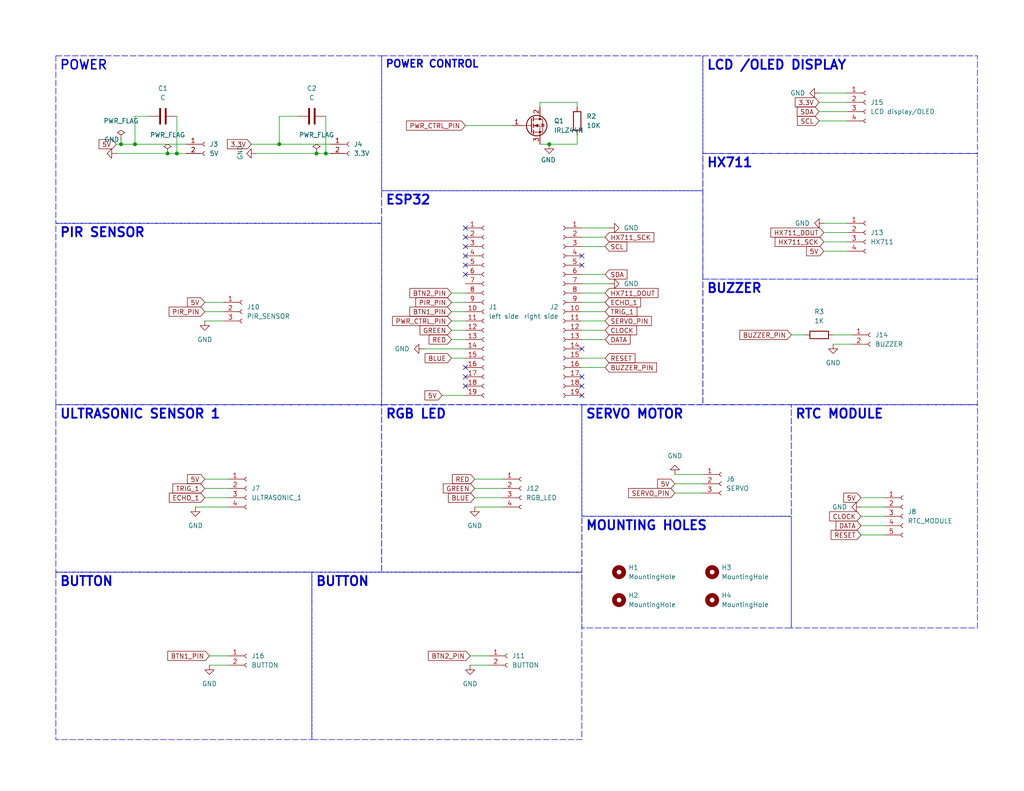
<source format=kicad_sch>
(kicad_sch (version 20250114) (generator "eeschema") (generator_version "9.0")
  (paper "USLetter")
  (title_block (date "2025-06-05"))
  (lib_symbols
    (symbol "Connector:Conn_01x02_Socket" (pin_names (offset 1.016) (hide yes))
      (property "Reference" "J" (at 0 2.54 0))
      (property "Value" "Conn_01x02_Socket" (at 0 -5.08 0))
      (symbol "Conn_01x02_Socket_1_1"
        (polyline (pts (xy -1.27 0) (xy -0.508 0)) (stroke (width 0.1524)))
        (polyline (pts (xy -1.27 -2.54) (xy -0.508 -2.54)) (stroke (width 0.1524)))
        (arc (start 0 -0.508) (mid -0.5058 0) (end 0 0.508) (stroke (width 0.1524)))
        (arc (start 0 -3.048) (mid -0.5058 -2.54) (end 0 -2.032) (stroke (width 0.1524)))
        (pin passive line (at -5.08 0 0) (length 3.81) (name "Pin_1") (number "1"))
        (pin passive line (at -5.08 -2.54 0) (length 3.81) (name "Pin_2") (number "2"))
      )
    )
    (symbol "Connector:Conn_01x03_Socket" (pin_names (offset 1.016) (hide yes))
      (property "Reference" "J" (at 0 5.08 0))
      (property "Value" "Conn_01x03_Socket" (at 0 -5.08 0))
      (symbol "Conn_01x03_Socket_1_1"
        (polyline (pts (xy -1.27 2.54) (xy -0.508 2.54)) (stroke (width 0.1524)))
        (polyline (pts (xy -1.27 0) (xy -0.508 0)) (stroke (width 0.1524)))
        (polyline (pts (xy -1.27 -2.54) (xy -0.508 -2.54)) (stroke (width 0.1524)))
        (arc (start 0 2.032) (mid -0.5058 2.54) (end 0 3.048) (stroke (width 0.1524)))
        (arc (start 0 -0.508) (mid -0.5058 0) (end 0 0.508) (stroke (width 0.1524)))
        (arc (start 0 -3.048) (mid -0.5058 -2.54) (end 0 -2.032) (stroke (width 0.1524)))
        (pin passive line (at -5.08 2.54 0) (length 3.81) (name "Pin_1") (number "1"))
        (pin passive line (at -5.08 0 0) (length 3.81) (name "Pin_2") (number "2"))
        (pin passive line (at -5.08 -2.54 0) (length 3.81) (name "Pin_3") (number "3"))
      )
    )
    (symbol "Connector:Conn_01x04_Socket" (pin_names (offset 1.016) (hide yes))
      (property "Reference" "J" (at 0 5.08 0))
      (property "Value" "Conn_01x04_Socket" (at 0 -7.62 0))
      (symbol "Conn_01x04_Socket_1_1"
        (polyline (pts (xy -1.27 2.54) (xy -0.508 2.54)) (stroke (width 0.1524)))
        (polyline (pts (xy -1.27 0) (xy -0.508 0)) (stroke (width 0.1524)))
        (polyline (pts (xy -1.27 -2.54) (xy -0.508 -2.54)) (stroke (width 0.1524)))
        (polyline (pts (xy -1.27 -5.08) (xy -0.508 -5.08)) (stroke (width 0.1524)))
        (arc (start 0 2.032) (mid -0.5058 2.54) (end 0 3.048) (stroke (width 0.1524)))
        (arc (start 0 -0.508) (mid -0.5058 0) (end 0 0.508) (stroke (width 0.1524)))
        (arc (start 0 -3.048) (mid -0.5058 -2.54) (end 0 -2.032) (stroke (width 0.1524)))
        (arc (start 0 -5.588) (mid -0.5058 -5.08) (end 0 -4.572) (stroke (width 0.1524)))
        (pin passive line (at -5.08 2.54 0) (length 3.81) (name "Pin_1") (number "1"))
        (pin passive line (at -5.08 0 0) (length 3.81) (name "Pin_2") (number "2"))
        (pin passive line (at -5.08 -2.54 0) (length 3.81) (name "Pin_3") (number "3"))
        (pin passive line (at -5.08 -5.08 0) (length 3.81) (name "Pin_4") (number "4"))
      )
    )
    (symbol "Connector:Conn_01x05_Socket" (pin_names (offset 1.016) (hide yes))
      (property "Reference" "J" (at 0 7.62 0))
      (property "Value" "Conn_01x05_Socket" (at 0 -7.62 0))
      (symbol "Conn_01x05_Socket_1_1"
        (polyline (pts (xy -1.27 5.08) (xy -0.508 5.08)) (stroke (width 0.1524)))
        (polyline (pts (xy -1.27 2.54) (xy -0.508 2.54)) (stroke (width 0.1524)))
        (polyline (pts (xy -1.27 0) (xy -0.508 0)) (stroke (width 0.1524)))
        (polyline (pts (xy -1.27 -2.54) (xy -0.508 -2.54)) (stroke (width 0.1524)))
        (polyline (pts (xy -1.27 -5.08) (xy -0.508 -5.08)) (stroke (width 0.1524)))
        (arc (start 0 4.572) (mid -0.5058 5.08) (end 0 5.588) (stroke (width 0.1524)))
        (arc (start 0 2.032) (mid -0.5058 2.54) (end 0 3.048) (stroke (width 0.1524)))
        (arc (start 0 -0.508) (mid -0.5058 0) (end 0 0.508) (stroke (width 0.1524)))
        (arc (start 0 -3.048) (mid -0.5058 -2.54) (end 0 -2.032) (stroke (width 0.1524)))
        (arc (start 0 -5.588) (mid -0.5058 -5.08) (end 0 -4.572) (stroke (width 0.1524)))
        (pin passive line (at -5.08 5.08 0) (length 3.81) (name "Pin_1") (number "1"))
        (pin passive line (at -5.08 2.54 0) (length 3.81) (name "Pin_2") (number "2"))
        (pin passive line (at -5.08 0 0) (length 3.81) (name "Pin_3") (number "3"))
        (pin passive line (at -5.08 -2.54 0) (length 3.81) (name "Pin_4") (number "4"))
        (pin passive line (at -5.08 -5.08 0) (length 3.81) (name "Pin_5") (number "5"))
      )
    )
    (symbol "Connector:Conn_01x19_Socket" (pin_names (offset 1.016) (hide yes))
      (property "Reference" "J" (at 0 25.4 0))
      (property "Value" "Conn_01x19_Socket" (at 0 -25.4 0))
      (symbol "Conn_01x19_Socket_1_1"
        (polyline (pts (xy -1.27 22.86) (xy -0.508 22.86)) (stroke (width 0.1524)))
        (polyline (pts (xy -1.27 20.32) (xy -0.508 20.32)) (stroke (width 0.1524)))
        (polyline (pts (xy -1.27 17.78) (xy -0.508 17.78)) (stroke (width 0.1524)))
        (polyline (pts (xy -1.27 15.24) (xy -0.508 15.24)) (stroke (width 0.1524)))
        (polyline (pts (xy -1.27 12.7) (xy -0.508 12.7)) (stroke (width 0.1524)))
        (polyline (pts (xy -1.27 10.16) (xy -0.508 10.16)) (stroke (width 0.1524)))
        (polyline (pts (xy -1.27 7.62) (xy -0.508 7.62)) (stroke (width 0.1524)))
        (polyline (pts (xy -1.27 5.08) (xy -0.508 5.08)) (stroke (width 0.1524)))
        (polyline (pts (xy -1.27 2.54) (xy -0.508 2.54)) (stroke (width 0.1524)))
        (polyline (pts (xy -1.27 0) (xy -0.508 0)) (stroke (width 0.1524)))
        (polyline (pts (xy -1.27 -2.54) (xy -0.508 -2.54)) (stroke (width 0.1524)))
        (polyline (pts (xy -1.27 -5.08) (xy -0.508 -5.08)) (stroke (width 0.1524)))
        (polyline (pts (xy -1.27 -7.62) (xy -0.508 -7.62)) (stroke (width 0.1524)))
        (polyline (pts (xy -1.27 -10.16) (xy -0.508 -10.16)) (stroke (width 0.1524)))
        (polyline (pts (xy -1.27 -12.7) (xy -0.508 -12.7)) (stroke (width 0.1524)))
        (polyline (pts (xy -1.27 -15.24) (xy -0.508 -15.24)) (stroke (width 0.1524)))
        (polyline (pts (xy -1.27 -17.78) (xy -0.508 -17.78)) (stroke (width 0.1524)))
        (polyline (pts (xy -1.27 -20.32) (xy -0.508 -20.32)) (stroke (width 0.1524)))
        (polyline (pts (xy -1.27 -22.86) (xy -0.508 -22.86)) (stroke (width 0.1524)))
        (arc (start 0 22.352) (mid -0.5058 22.86) (end 0 23.368) (stroke (width 0.1524)))
        (arc (start 0 19.812) (mid -0.5058 20.32) (end 0 20.828) (stroke (width 0.1524)))
        (arc (start 0 17.272) (mid -0.5058 17.78) (end 0 18.288) (stroke (width 0.1524)))
        (arc (start 0 14.732) (mid -0.5058 15.24) (end 0 15.748) (stroke (width 0.1524)))
        (arc (start 0 12.192) (mid -0.5058 12.7) (end 0 13.208) (stroke (width 0.1524)))
        (arc (start 0 9.652) (mid -0.5058 10.16) (end 0 10.668) (stroke (width 0.1524)))
        (arc (start 0 7.112) (mid -0.5058 7.62) (end 0 8.128) (stroke (width 0.1524)))
        (arc (start 0 4.572) (mid -0.5058 5.08) (end 0 5.588) (stroke (width 0.1524)))
        (arc (start 0 2.032) (mid -0.5058 2.54) (end 0 3.048) (stroke (width 0.1524)))
        (arc (start 0 -0.508) (mid -0.5058 0) (end 0 0.508) (stroke (width 0.1524)))
        (arc (start 0 -3.048) (mid -0.5058 -2.54) (end 0 -2.032) (stroke (width 0.1524)))
        (arc (start 0 -5.588) (mid -0.5058 -5.08) (end 0 -4.572) (stroke (width 0.1524)))
        (arc (start 0 -8.128) (mid -0.5058 -7.62) (end 0 -7.112) (stroke (width 0.1524)))
        (arc (start 0 -10.668) (mid -0.5058 -10.16) (end 0 -9.652) (stroke (width 0.1524)))
        (arc (start 0 -13.208) (mid -0.5058 -12.7) (end 0 -12.192) (stroke (width 0.1524)))
        (arc (start 0 -15.748) (mid -0.5058 -15.24) (end 0 -14.732) (stroke (width 0.1524)))
        (arc (start 0 -18.288) (mid -0.5058 -17.78) (end 0 -17.272) (stroke (width 0.1524)))
        (arc (start 0 -20.828) (mid -0.5058 -20.32) (end 0 -19.812) (stroke (width 0.1524)))
        (arc (start 0 -23.368) (mid -0.5058 -22.86) (end 0 -22.352) (stroke (width 0.1524)))
        (pin passive line (at -5.08 22.86 0) (length 3.81) (name "Pin_1") (number "1"))
        (pin passive line (at -5.08 20.32 0) (length 3.81) (name "Pin_2") (number "2"))
        (pin passive line (at -5.08 17.78 0) (length 3.81) (name "Pin_3") (number "3"))
        (pin passive line (at -5.08 15.24 0) (length 3.81) (name "Pin_4") (number "4"))
        (pin passive line (at -5.08 12.7 0) (length 3.81) (name "Pin_5") (number "5"))
        (pin passive line (at -5.08 10.16 0) (length 3.81) (name "Pin_6") (number "6"))
        (pin passive line (at -5.08 7.62 0) (length 3.81) (name "Pin_7") (number "7"))
        (pin passive line (at -5.08 5.08 0) (length 3.81) (name "Pin_8") (number "8"))
        (pin passive line (at -5.08 2.54 0) (length 3.81) (name "Pin_9") (number "9"))
        (pin passive line (at -5.08 0 0) (length 3.81) (name "Pin_10") (number "10"))
        (pin passive line (at -5.08 -2.54 0) (length 3.81) (name "Pin_11") (number "11"))
        (pin passive line (at -5.08 -5.08 0) (length 3.81) (name "Pin_12") (number "12"))
        (pin passive line (at -5.08 -7.62 0) (length 3.81) (name "Pin_13") (number "13"))
        (pin passive line (at -5.08 -10.16 0) (length 3.81) (name "Pin_14") (number "14"))
        (pin passive line (at -5.08 -12.7 0) (length 3.81) (name "Pin_15") (number "15"))
        (pin passive line (at -5.08 -15.24 0) (length 3.81) (name "Pin_16") (number "16"))
        (pin passive line (at -5.08 -17.78 0) (length 3.81) (name "Pin_17") (number "17"))
        (pin passive line (at -5.08 -20.32 0) (length 3.81) (name "Pin_18") (number "18"))
        (pin passive line (at -5.08 -22.86 0) (length 3.81) (name "Pin_19") (number "19"))
      )
    )
    (symbol "Device:C" (pin_numbers (hide yes)) (pin_names (offset 0.254))
      (property "Reference" "C" (at 0.635 2.54 0))
      (property "Value" "C" (at 0.635 -2.54 0))
      (symbol "C_0_1"
        (polyline (pts (xy -2.032 0.762) (xy 2.032 0.762)) (stroke (width 0.508)))
        (polyline (pts (xy -2.032 -0.762) (xy 2.032 -0.762)) (stroke (width 0.508)))
      )
      (symbol "C_1_1"
        (pin passive line (at 0 3.81 270) (length 2.794) (name "~") (number "1"))
        (pin passive line (at 0 -3.81 90) (length 2.794) (name "~") (number "2"))
      )
    )
    (symbol "Device:R" (pin_numbers (hide yes)) (pin_names (offset 0))
      (property "Reference" "R" (at 2.032 0 90))
      (property "Value" "R" (at 0 0 90))
      (symbol "R_0_1"
        (rectangle (start -1.016 -2.54) (end 1.016 2.54) (stroke (width 0.254)))
      )
      (symbol "R_1_1"
        (pin passive line (at 0 3.81 270) (length 1.27) (name "~") (number "1"))
        (pin passive line (at 0 -3.81 90) (length 1.27) (name "~") (number "2"))
      )
    )
    (symbol "Mechanical:MountingHole" (pin_names (offset 1.016)) (in_bom no)
      (property "Reference" "H" (at 0 5.08 0))
      (property "Value" "MountingHole" (at 0 3.175 0))
      (symbol "MountingHole_0_1"
        (circle (center 0 0) (radius 1.27) (stroke (width 1.27)))
      )
    )
    (symbol "Transistor_FET:IRLZ44N" (pin_names (hide yes))
      (property "Reference" "Q" (at 5.08 1.905 0))
      (property "Value" "IRLZ44N" (at 5.08 0 0))
      (symbol "IRLZ44N_0_1"
        (polyline (pts (xy 0.254 1.905) (xy 0.254 -1.905)) (stroke (width 0.254)))
        (polyline (pts (xy 0.254 0) (xy -2.54 0)))
        (polyline (pts (xy 0.762 2.286) (xy 0.762 1.27)) (stroke (width 0.254)))
        (polyline (pts (xy 0.762 0.508) (xy 0.762 -0.508)) (stroke (width 0.254)))
        (polyline (pts (xy 0.762 -1.27) (xy 0.762 -2.286)) (stroke (width 0.254)))
        (polyline (pts (xy 0.762 -1.778) (xy 3.302 -1.778) (xy 3.302 1.778) (xy 0.762 1.778)))
        (polyline (pts (xy 1.016 0) (xy 2.032 0.381) (xy 2.032 -0.381) (xy 1.016 0)) (fill (type outline)))
        (circle (center 1.651 0) (radius 2.794) (stroke (width 0.254)))
        (polyline (pts (xy 2.54 2.54) (xy 2.54 1.778)))
        (circle (center 2.54 1.778) (radius 0.254) (fill (type outline)))
        (circle (center 2.54 -1.778) (radius 0.254) (fill (type outline)))
        (polyline (pts (xy 2.54 -2.54) (xy 2.54 0) (xy 0.762 0)))
        (polyline (pts (xy 2.794 0.508) (xy 2.921 0.381) (xy 3.683 0.381) (xy 3.81 0.254)))
        (polyline (pts (xy 3.302 0.381) (xy 2.921 -0.254) (xy 3.683 -0.254) (xy 3.302 0.381)))
      )
      (symbol "IRLZ44N_1_1"
        (pin input line (at -5.08 0 0) (length 2.54) (name "G") (number "1"))
        (pin passive line (at 2.54 5.08 270) (length 2.54) (name "D") (number "2"))
        (pin passive line (at 2.54 -5.08 90) (length 2.54) (name "S") (number "3"))
      )
    )
    (symbol "power:GND" (power) (pin_numbers (hide yes)) (pin_names (offset 0) (hide yes))
      (property "Value" "GND" (at 0 -3.81 0))
      (symbol "GND_0_1"
        (polyline (pts (xy 0 0) (xy 0 -1.27) (xy 1.27 -1.27) (xy 0 -2.54) (xy -1.27 -1.27) (xy 0 -1.27)))
      )
      (symbol "GND_1_1"
        (pin power_in line (at 0 0 270) (length 0) (name "~") (number "1"))
      )
    )
    (symbol "power:PWR_FLAG" (power) (pin_numbers (hide yes)) (pin_names (offset 0) (hide yes))
      (property "Value" "PWR_FLAG" (at 0 3.81 0))
      (symbol "PWR_FLAG_0_0"
        (pin power_out line (at 0 0 90) (length 0) (name "~") (number "1"))
      )
      (symbol "PWR_FLAG_0_1"
        (polyline (pts (xy 0 0) (xy 0 1.27) (xy -1.016 1.905) (xy 0 2.54) (xy 1.016 1.905) (xy 0 1.27)))
      )
    )
  )
  (text_box "HX711" (at 191.77 41.91 0) (size 74.93 34.29) (margins 0.9525 0.9525 0.9525 0.9525) (stroke (width 0.15) (type dash) (color 0 0 194 1)) (effects (font (size 2.5 2.5) (thickness 0.5) (bold yes)) (justify left top)))
  (text_box "PIR SENSOR" (at 15.24 60.96 0) (size 88.9 49.53) (margins 0.9525 0.9525 0.9525 0.9525) (stroke (width 0.15) (type dash) (color 0 0 194 1)) (effects (font (size 2.5 2.5) (thickness 0.5) (bold yes)) (justify left top)))
  (text_box "RGB LED" (at 104.14 110.49 0) (size 54.61 45.72) (margins 0.9525 0.9525 0.9525 0.9525) (stroke (width 0.15) (type dash) (color 0 0 194 1)) (effects (font (size 2.5 2.5) (thickness 0.5) (bold yes)) (justify left top)))
  (text_box "BUTTON" (at 15.24 156.21 0) (size 69.85 45.72) (margins 0.9525 0.9525 0.9525 0.9525) (stroke (width 0.15) (type dash) (color 0 0 194 1)) (effects (font (size 2.5 2.5) (thickness 0.5) (bold yes)) (justify left top)))
  (text_box "BUTTON" (at 85.09 156.21 0) (size 73.66 45.72) (margins 0.9525 0.9525 0.9525 0.9525) (stroke (width 0.15) (type dash) (color 0 0 194 1)) (effects (font (size 2.5 2.5) (thickness 0.5) (bold yes)) (justify left top)))
  (text_box "MOUNTING HOLES" (at 158.75 140.97 0) (size 57.15 30.48) (margins 0.9525 0.9525 0.9525 0.9525) (stroke (width 0.15) (type dash) (color 0 0 194 1)) (effects (font (size 2.5 2.5) (thickness 0.5) (bold yes)) (justify left top)))
  (text_box "ESP32\n" (at 104.14 52.07 0) (size 87.63 58.42) (margins 0.9525 0.9525 0.9525 0.9525) (stroke (width 0.15) (type dash) (color 0 0 194 1)) (effects (font (size 2.5 2.5) (thickness 0.5) (bold yes)) (justify left top)))
  (text_box "ULTRASONIC SENSOR 1" (at 15.24 110.49 0) (size 88.9 45.72) (margins 0.9525 0.9525 0.9525 0.9525) (stroke (width 0.15) (type dash) (color 0 0 194 1)) (effects (font (size 2.5 2.5) (thickness 0.5) (bold yes)) (justify left top)))
  (text_box "BUZZER\n" (at 191.77 76.2 0) (size 74.93 34.29) (margins 0.9525 0.9525 0.9525 0.9525) (stroke (width 0.15) (type dash) (color 0 0 194 1)) (effects (font (size 2.5 2.5) (thickness 0.5) (bold yes)) (justify left top)))
  (text_box "POWER CONTROL\n" (at 104.14 15.24 0) (size 87.63 36.83) (margins 0.9525 0.9525 0.9525 0.9525) (stroke (width 0.15) (type dash) (color 0 0 194 1)) (effects (font (size 2 2) (thickness 0.4) (bold yes)) (justify left top)))
  (text_box "RTC MODULE\n" (at 215.9 110.49 0) (size 50.8 60.96) (margins 0.9525 0.9525 0.9525 0.9525) (stroke (width 0.15) (type dash) (color 0 0 194 1)) (effects (font (size 2.5 2.5) (thickness 0.5) (bold yes)) (justify left top)))
  (text_box "POWER" (at 15.24 15.24 0) (size 88.9 45.72) (margins 0.9525 0.9525 0.9525 0.9525) (stroke (width 0.15) (type dash) (color 0 0 194 1)) (effects (font (size 2.5 2.5) (thickness 0.4) (bold yes)) (justify left top)))
  (text_box "LCD /OLED DISPLAY\n" (at 191.77 15.24 0) (size 74.93 26.67) (margins 0.9525 0.9525 0.9525 0.9525) (stroke (width 0.15) (type dash) (color 0 0 194 1)) (effects (font (size 2.5 2.5) (thickness 0.5) (bold yes)) (justify left top)))
  (text_box "SERVO MOTOR\n" (at 158.75 110.49 0) (size 57.15 30.48) (margins 0.9525 0.9525 0.9525 0.9525) (stroke (width 0.15) (type dash) (color 0 0 194 1)) (effects (font (size 2.5 2.5) (thickness 0.5) (bold yes)) (justify left top)))
  (junction (at 149.86 39.37))
  (junction (at 76.2 39.37))
  (junction (at 33.02 39.37))
  (junction (at 88.9 41.91))
  (junction (at 36.83 39.37))
  (junction (at 48.26 41.91))
  (junction (at 45.72 41.91))
  (junction (at 86.36 41.91))
  (no_connect (at 127 100.33))
  (no_connect (at 158.75 107.95))
  (no_connect (at 127 64.77))
  (no_connect (at 158.75 102.87))
  (no_connect (at 127 62.23))
  (no_connect (at 127 105.41))
  (no_connect (at 158.75 72.39))
  (no_connect (at 127 69.85))
  (no_connect (at 158.75 95.25))
  (no_connect (at 127 67.31))
  (no_connect (at 127 74.93))
  (no_connect (at 158.75 69.85))
  (no_connect (at 158.75 105.41))
  (no_connect (at 127 102.87))
  (no_connect (at 127 72.39))
  (wire (pts (xy 223.52 33.02) (xy 231.14 33.02)))
  (wire (pts (xy 86.36 41.91) (xy 88.9 41.91)))
  (wire (pts (xy 215.9 91.44) (xy 219.71 91.44)))
  (wire (pts (xy 158.75 97.79) (xy 165.1 97.79)))
  (wire (pts (xy 48.26 31.75) (xy 48.26 41.91)))
  (wire (pts (xy 184.15 134.62) (xy 191.77 134.62)))
  (wire (pts (xy 234.95 138.43) (xy 241.3 138.43)))
  (wire (pts (xy 224.79 66.04) (xy 231.14 66.04)))
  (wire (pts (xy 158.75 62.23) (xy 166.37 62.23)))
  (wire (pts (xy 158.75 100.33) (xy 165.1 100.33)))
  (wire (pts (xy 40.64 31.75) (xy 36.83 31.75)))
  (wire (pts (xy 227.33 91.44) (xy 232.41 91.44)))
  (wire (pts (xy 68.58 39.37) (xy 76.2 39.37)))
  (wire (pts (xy 76.2 31.75) (xy 76.2 39.37)))
  (wire (pts (xy 128.27 181.61) (xy 133.35 181.61)))
  (wire (pts (xy 120.65 107.95) (xy 127 107.95)))
  (wire (pts (xy 158.75 85.09) (xy 165.1 85.09)))
  (wire (pts (xy 224.79 68.58) (xy 231.14 68.58)))
  (wire (pts (xy 158.75 82.55) (xy 165.1 82.55)))
  (wire (pts (xy 129.54 135.89) (xy 137.16 135.89)))
  (wire (pts (xy 45.72 41.91) (xy 48.26 41.91)))
  (wire (pts (xy 88.9 41.91) (xy 90.17 41.91)))
  (wire (pts (xy 55.88 135.89) (xy 62.23 135.89)))
  (wire (pts (xy 123.19 90.17) (xy 127 90.17)))
  (wire (pts (xy 55.88 82.55) (xy 60.96 82.55)))
  (wire (pts (xy 224.79 60.96) (xy 231.14 60.96)))
  (wire (pts (xy 55.88 85.09) (xy 60.96 85.09)))
  (wire (pts (xy 157.48 39.37) (xy 149.86 39.37)))
  (wire (pts (xy 55.88 130.81) (xy 62.23 130.81)))
  (wire (pts (xy 158.75 77.47) (xy 166.37 77.47)))
  (wire (pts (xy 57.15 181.61) (xy 62.23 181.61)))
  (wire (pts (xy 158.75 90.17) (xy 165.1 90.17)))
  (wire (pts (xy 129.54 130.81) (xy 137.16 130.81)))
  (wire (pts (xy 88.9 31.75) (xy 88.9 41.91)))
  (wire (pts (xy 223.52 27.94) (xy 231.14 27.94)))
  (wire (pts (xy 234.95 140.97) (xy 241.3 140.97)))
  (wire (pts (xy 227.33 93.98) (xy 232.41 93.98)))
  (wire (pts (xy 223.52 25.4) (xy 231.14 25.4)))
  (wire (pts (xy 234.95 143.51) (xy 241.3 143.51)))
  (wire (pts (xy 33.02 39.37) (xy 36.83 39.37)))
  (wire (pts (xy 55.88 87.63) (xy 60.96 87.63)))
  (wire (pts (xy 57.15 179.07) (xy 62.23 179.07)))
  (wire (pts (xy 129.54 138.43) (xy 137.16 138.43)))
  (wire (pts (xy 36.83 39.37) (xy 50.8 39.37)))
  (wire (pts (xy 184.15 132.08) (xy 191.77 132.08)))
  (wire (pts (xy 123.19 82.55) (xy 127 82.55)))
  (wire (pts (xy 149.86 39.37) (xy 147.32 39.37)))
  (wire (pts (xy 234.95 146.05) (xy 241.3 146.05)))
  (wire (pts (xy 53.34 138.43) (xy 62.23 138.43)))
  (wire (pts (xy 76.2 31.75) (xy 81.28 31.75)))
  (wire (pts (xy 115.57 95.25) (xy 127 95.25)))
  (wire (pts (xy 48.26 41.91) (xy 50.8 41.91)))
  (wire (pts (xy 223.52 30.48) (xy 231.14 30.48)))
  (wire (pts (xy 31.75 41.91) (xy 45.72 41.91)))
  (wire (pts (xy 184.15 129.54) (xy 191.77 129.54)))
  (wire (pts (xy 123.19 97.79) (xy 127 97.79)))
  (wire (pts (xy 69.85 41.91) (xy 86.36 41.91)))
  (wire (pts (xy 123.19 85.09) (xy 127 85.09)))
  (wire (pts (xy 158.75 64.77) (xy 165.1 64.77)))
  (wire (pts (xy 158.75 87.63) (xy 165.1 87.63)))
  (wire (pts (xy 158.75 67.31) (xy 165.1 67.31)))
  (wire (pts (xy 123.19 92.71) (xy 127 92.71)))
  (wire (pts (xy 158.75 92.71) (xy 165.1 92.71)))
  (wire (pts (xy 36.83 31.75) (xy 36.83 39.37)))
  (wire (pts (xy 158.75 74.93) (xy 165.1 74.93)))
  (wire (pts (xy 123.19 87.63) (xy 127 87.63)))
  (wire (pts (xy 31.75 39.37) (xy 33.02 39.37)))
  (wire (pts (xy 157.48 27.94) (xy 147.32 27.94)))
  (wire (pts (xy 158.75 80.01) (xy 165.1 80.01)))
  (wire (pts (xy 76.2 39.37) (xy 90.17 39.37)))
  (wire (pts (xy 123.19 80.01) (xy 127 80.01)))
  (wire (pts (xy 224.79 63.5) (xy 231.14 63.5)))
  (wire (pts (xy 157.48 36.83) (xy 157.48 39.37)))
  (wire (pts (xy 55.88 133.35) (xy 62.23 133.35)))
  (wire (pts (xy 147.32 27.94) (xy 147.32 29.21)))
  (wire (pts (xy 234.95 135.89) (xy 241.3 135.89)))
  (wire (pts (xy 157.48 29.21) (xy 157.48 27.94)))
  (wire (pts (xy 127 34.29) (xy 139.7 34.29)))
  (wire (pts (xy 33.02 38.1) (xy 33.02 39.37)))
  (wire (pts (xy 128.27 179.07) (xy 133.35 179.07)))
  (wire (pts (xy 129.54 133.35) (xy 137.16 133.35)))
  (global_label "SDA" (shape input) (at 223.52 30.48 180) (property "Intersheetrefs" "${INTERSHEET_REFS}" (effects (hide yes))))
  (global_label "DATA" (shape input) (at 234.95 143.51 180) (property "Intersheetrefs" "${INTERSHEET_REFS}" (effects (hide yes))))
  (global_label "BUZZER_PIN" (shape input) (at 215.9 91.44 180) (property "Intersheetrefs" "${INTERSHEET_REFS}" (effects (hide yes))))
  (global_label "SCL" (shape input) (at 165.1 67.31 0) (property "Intersheetrefs" "${INTERSHEET_REFS}" (effects (hide yes))))
  (global_label "BTN2_PIN" (shape input) (at 128.27 179.07 180) (property "Intersheetrefs" "${INTERSHEET_REFS}" (effects (hide yes))))
  (global_label "RESET" (shape input) (at 234.95 146.05 180) (property "Intersheetrefs" "${INTERSHEET_REFS}" (effects (hide yes))))
  (global_label "ECHO_1" (shape input) (at 55.88 135.89 180) (property "Intersheetrefs" "${INTERSHEET_REFS}" (effects (hide yes))))
  (global_label "RESET" (shape input) (at 165.1 97.79 0) (property "Intersheetrefs" "${INTERSHEET_REFS}" (effects (hide yes))))
  (global_label "SCL" (shape input) (at 223.52 33.02 180) (property "Intersheetrefs" "${INTERSHEET_REFS}" (effects (hide yes))))
  (global_label "GREEN" (shape input) (at 129.54 133.35 180) (property "Intersheetrefs" "${INTERSHEET_REFS}" (effects (hide yes))))
  (global_label "BLUE" (shape input) (at 123.19 97.79 180) (property "Intersheetrefs" "${INTERSHEET_REFS}" (effects (hide yes))))
  (global_label "BTN2_PIN" (shape input) (at 123.19 80.01 180) (property "Intersheetrefs" "${INTERSHEET_REFS}" (effects (hide yes))))
  (global_label "HX711_DOUT" (shape input) (at 165.1 80.01 0) (property "Intersheetrefs" "${INTERSHEET_REFS}" (effects (hide yes))))
  (global_label "5V" (shape input) (at 234.95 135.89 180) (property "Intersheetrefs" "${INTERSHEET_REFS}" (effects (hide yes))))
  (global_label "BTN1_PIN" (shape input) (at 57.15 179.07 180) (property "Intersheetrefs" "${INTERSHEET_REFS}" (effects (hide yes))))
  (global_label "PIR_PIN" (shape input) (at 55.88 85.09 180) (property "Intersheetrefs" "${INTERSHEET_REFS}" (effects (hide yes))))
  (global_label "5V" (shape input) (at 120.65 107.95 180) (property "Intersheetrefs" "${INTERSHEET_REFS}" (effects (hide yes))))
  (global_label "RED" (shape input) (at 129.54 130.81 180) (property "Intersheetrefs" "${INTERSHEET_REFS}" (effects (hide yes))))
  (global_label "BUZZER_PIN" (shape input) (at 165.1 100.33 0) (property "Intersheetrefs" "${INTERSHEET_REFS}" (effects (hide yes))))
  (global_label "SERVO_PIN" (shape input) (at 184.15 134.62 180) (property "Intersheetrefs" "${INTERSHEET_REFS}" (effects (hide yes))))
  (global_label "HX711_DOUT" (shape input) (at 224.79 63.5 180) (property "Intersheetrefs" "${INTERSHEET_REFS}" (effects (hide yes))))
  (global_label "DATA" (shape input) (at 165.1 92.71 0) (property "Intersheetrefs" "${INTERSHEET_REFS}" (effects (hide yes))))
  (global_label "SERVO_PIN" (shape input) (at 165.1 87.63 0) (property "Intersheetrefs" "${INTERSHEET_REFS}" (effects (hide yes))))
  (global_label "CLOCK" (shape input) (at 234.95 140.97 180) (property "Intersheetrefs" "${INTERSHEET_REFS}" (effects (hide yes))))
  (global_label "HX711_SCK" (shape input) (at 224.79 66.04 180) (property "Intersheetrefs" "${INTERSHEET_REFS}" (effects (hide yes))))
  (global_label "5V" (shape input) (at 184.15 132.08 180) (property "Intersheetrefs" "${INTERSHEET_REFS}" (effects (hide yes))))
  (global_label "5V" (shape input) (at 224.79 68.58 180) (property "Intersheetrefs" "${INTERSHEET_REFS}" (effects (hide yes))))
  (global_label "BTN1_PIN" (shape input) (at 123.19 85.09 180) (property "Intersheetrefs" "${INTERSHEET_REFS}" (effects (hide yes))))
  (global_label "HX711_SCK" (shape input) (at 165.1 64.77 0) (property "Intersheetrefs" "${INTERSHEET_REFS}" (effects (hide yes))))
  (global_label "PWR_CTRL_PIN" (shape input) (at 123.19 87.63 180) (property "Intersheetrefs" "${INTERSHEET_REFS}" (effects (hide yes))))
  (global_label "BLUE" (shape input) (at 129.54 135.89 180) (property "Intersheetrefs" "${INTERSHEET_REFS}" (effects (hide yes))))
  (global_label "5V" (shape input) (at 55.88 82.55 180) (property "Intersheetrefs" "${INTERSHEET_REFS}" (effects (hide yes))))
  (global_label "3.3V" (shape input) (at 68.58 39.37 180) (property "Intersheetrefs" "${INTERSHEET_REFS}" (effects (hide yes))))
  (global_label "RED" (shape input) (at 123.19 92.71 180) (property "Intersheetrefs" "${INTERSHEET_REFS}" (effects (hide yes))))
  (global_label "3.3V" (shape input) (at 223.52 27.94 180) (property "Intersheetrefs" "${INTERSHEET_REFS}" (effects (hide yes))))
  (global_label "PIR_PIN" (shape input) (at 123.19 82.55 180) (property "Intersheetrefs" "${INTERSHEET_REFS}" (effects (hide yes))))
  (global_label "CLOCK" (shape input) (at 165.1 90.17 0) (property "Intersheetrefs" "${INTERSHEET_REFS}" (effects (hide yes))))
  (global_label "TRIG_1" (shape input) (at 165.1 85.09 0) (property "Intersheetrefs" "${INTERSHEET_REFS}" (effects (hide yes))))
  (global_label "5V" (shape input) (at 55.88 130.81 180) (property "Intersheetrefs" "${INTERSHEET_REFS}" (effects (hide yes))))
  (global_label "GREEN" (shape input) (at 123.19 90.17 180) (property "Intersheetrefs" "${INTERSHEET_REFS}" (effects (hide yes))))
  (global_label "TRIG_1" (shape input) (at 55.88 133.35 180) (property "Intersheetrefs" "${INTERSHEET_REFS}" (effects (hide yes))))
  (global_label "PWR_CTRL_PIN" (shape input) (at 127 34.29 180) (property "Intersheetrefs" "${INTERSHEET_REFS}" (effects (hide yes))))
  (global_label "5V" (shape input) (at 31.75 39.37 180) (property "Intersheetrefs" "${INTERSHEET_REFS}" (effects (hide yes))))
  (global_label "ECHO_1" (shape input) (at 165.1 82.55 0) (property "Intersheetrefs" "${INTERSHEET_REFS}" (effects (hide yes))))
  (global_label "SDA" (shape input) (at 165.1 74.93 0) (property "Intersheetrefs" "${INTERSHEET_REFS}" (effects (hide yes))))
  (symbol (lib_id "power:GND") (at 55.88 87.63 0) (unit 1)
    (property "Reference" "#PWR08" (effects (hide yes)))
    (property "Value" "GND" (at 55.88 92.71 0))
    (property "Description" "Power symbol creates a global label with name \"GND\" , ground" (effects (hide yes)))
  )
  (symbol (lib_id "Mechanical:MountingHole") (at 194.31 163.83 0) (unit 1) (in_bom no)
    (property "Reference" "H4" (at 196.85 162.5599 0) (effects (justify left)))
    (property "Value" "MountingHole" (at 196.85 165.0999 0) (effects (justify left)))
    (property "Footprint" "MountingHole:MountingHole_3.2mm_M3" (effects (hide yes)))
    (property "Description" "Mounting Hole without connection" (effects (hide yes)))
  )
  (symbol (lib_id "Connector:Conn_01x02_Socket") (at 138.43 179.07 0) (unit 1)
    (property "Reference" "J11" (at 139.7 179.0699 0) (effects (justify left)))
    (property "Value" "BUTTON" (at 139.7 181.6099 0) (effects (justify left)))
    (property "Footprint" "Connector_JST:JST_EH_B2B-EH-A_1x02_P2.50mm_Vertical" (effects (hide yes)))
    (property "Description" "Generic connector, single row, 01x02, script generated" (effects (hide yes)))
  )
  (symbol (lib_id "Connector:Conn_01x04_Socket") (at 236.22 27.94 0) (unit 1)
    (property "Reference" "J15" (at 237.49 27.9399 0) (effects (justify left)))
    (property "Value" "LCD display/OLED" (at 237.49 30.4799 0) (effects (justify left)))
    (property "Footprint" "Connector_JST:JST_EH_B4B-EH-A_1x04_P2.50mm_Vertical" (effects (hide yes)))
    (property "Description" "Generic connector, single row, 01x04, script generated" (effects (hide yes)))
  )
  (symbol (lib_id "Mechanical:MountingHole") (at 194.31 156.21 0) (unit 1) (in_bom no)
    (property "Reference" "H3" (at 196.85 154.9399 0) (effects (justify left)))
    (property "Value" "MountingHole" (at 196.85 157.4799 0) (effects (justify left)))
    (property "Footprint" "MountingHole:MountingHole_3.2mm_M3" (effects (hide yes)))
    (property "Description" "Mounting Hole without connection" (effects (hide yes)))
  )
  (symbol (lib_id "Connector:Conn_01x03_Socket") (at 66.04 85.09 0) (unit 1)
    (property "Reference" "J10" (at 67.31 83.8199 0) (effects (justify left)))
    (property "Value" "PIR_SENSOR" (at 67.31 86.3599 0) (effects (justify left)))
    (property "Footprint" "Connector_JST:JST_EH_B3B-EH-A_1x03_P2.50mm_Vertical" (effects (hide yes)))
    (property "Description" "Generic connector, single row, 01x03, script generated" (effects (hide yes)))
  )
  (symbol (lib_id "power:GND") (at 224.79 60.96 270) (unit 1)
    (property "Reference" "#PWR014" (effects (hide yes)))
    (property "Value" "GND" (at 220.98 60.9599 90) (effects (justify right)))
    (property "Description" "Power symbol creates a global label with name \"GND\" , ground" (effects (hide yes)))
  )
  (symbol (lib_id "Connector:Conn_01x04_Socket") (at 142.24 133.35 0) (unit 1)
    (property "Reference" "J12" (at 143.51 133.3499 0) (effects (justify left)))
    (property "Value" "RGB_LED" (at 143.51 135.8899 0) (effects (justify left)))
    (property "Footprint" "Connector_JST:JST_EH_B4B-EH-A_1x04_P2.50mm_Vertical" (effects (hide yes)))
    (property "Description" "Generic connector, single row, 01x04, script generated" (effects (hide yes)))
  )
  (symbol (lib_id "power:GND") (at 166.37 62.23 90) (unit 1)
    (property "Reference" "#PWR011" (effects (hide yes)))
    (property "Value" "GND" (at 170.18 62.2299 90) (effects (justify right)))
    (property "Description" "Power symbol creates a global label with name \"GND\" , ground" (effects (hide yes)))
  )
  (symbol (lib_id "Device:C") (at 44.45 31.75 90) (unit 1)
    (property "Reference" "C1" (at 44.45 24.13 90))
    (property "Value" "C" (at 44.45 26.67 90))
    (property "Footprint" "Capacitor_THT:C_Disc_D4.3mm_W1.9mm_P5.00mm" (effects (hide yes)))
    (property "Description" "Unpolarized capacitor" (effects (hide yes)))
  )
  (symbol (lib_id "Connector:Conn_01x02_Socket") (at 55.88 39.37 0) (unit 1)
    (property "Reference" "J3" (at 57.15 39.3699 0) (effects (justify left)))
    (property "Value" "5V" (at 57.15 41.9099 0) (effects (justify left)))
    (property "Footprint" "Connector_JST:JST_EH_B2B-EH-A_1x02_P2.50mm_Vertical" (effects (hide yes)))
    (property "Description" "Generic connector, single row, 01x02, script generated" (effects (hide yes)))
  )
  (symbol (lib_id "Connector:Conn_01x19_Socket") (at 153.67 85.09 0) (mirror y) (unit 1)
    (property "Reference" "J2" (at 152.4 83.8199 0) (effects (justify left)))
    (property "Value" "right side" (at 152.4 86.3599 0) (effects (justify left)))
    (property "Footprint" "Connector_PinSocket_2.54mm:PinSocket_1x19_P2.54mm_Vertical" (effects (hide yes)))
    (property "Description" "Generic connector, single row, 01x19, script generated" (effects (hide yes)))
  )
  (symbol (lib_id "Device:C") (at 85.09 31.75 90) (unit 1)
    (property "Reference" "C2" (at 85.09 24.13 90))
    (property "Value" "C" (at 85.09 26.67 90))
    (property "Footprint" "Capacitor_THT:C_Disc_D4.3mm_W1.9mm_P5.00mm" (effects (hide yes)))
    (property "Description" "Unpolarized capacitor" (effects (hide yes)))
  )
  (symbol (lib_id "power:GND") (at 115.57 95.25 270) (unit 1)
    (property "Reference" "#PWR01" (effects (hide yes)))
    (property "Value" "GND" (at 111.76 95.2499 90) (effects (justify right)))
    (property "Description" "Power symbol creates a global label with name \"GND\" , ground" (effects (hide yes)))
  )
  (symbol (lib_id "power:GND") (at 184.15 129.54 180) (unit 1)
    (property "Reference" "#PWR04" (effects (hide yes)))
    (property "Value" "GND" (at 184.15 124.46 0))
    (property "Description" "Power symbol creates a global label with name \"GND\" , ground" (effects (hide yes)))
  )
  (symbol (lib_id "power:PWR_FLAG") (at 86.36 41.91 0) (unit 1)
    (property "Reference" "#FLG02" (effects (hide yes)))
    (property "Value" "PWR_FLAG" (at 86.36 36.83 0))
    (property "Description" "Special symbol for telling ERC where power comes from" (effects (hide yes)))
  )
  (symbol (lib_id "power:GND") (at 149.86 39.37 0) (unit 1)
    (property "Reference" "#PWR016" (effects (hide yes)))
    (property "Value" "GND" (at 149.606 43.688 0))
    (property "Description" "Power symbol creates a global label with name \"GND\" , ground" (effects (hide yes)))
  )
  (symbol (lib_id "Connector:Conn_01x04_Socket") (at 236.22 63.5 0) (unit 1)
    (property "Reference" "J13" (at 237.49 63.4999 0) (effects (justify left)))
    (property "Value" "HX711" (at 237.49 66.0399 0) (effects (justify left)))
    (property "Footprint" "Connector_PinSocket_2.54mm:PinSocket_1x04_P2.54mm_Vertical" (effects (hide yes)))
    (property "Description" "Generic connector, single row, 01x04, script generated" (effects (hide yes)))
  )
  (symbol (lib_id "Transistor_FET:IRLZ44N") (at 144.78 34.29 0) (unit 1)
    (property "Reference" "Q1" (at 151.13 33.0199 0) (effects (justify left)))
    (property "Value" "IRLZ44N" (at 151.13 35.5599 0) (effects (justify left)))
    (property "Footprint" "Package_TO_SOT_THT:TO-220-3_Vertical" (effects (hide yes)))
    (property "Datasheet" "http://www.irf.com/product-info/datasheets/data/irlz44n.pdf" (effects (hide yes)))
    (property "Description" "47A Id, 55V Vds, 22mOhm Rds Single N-Channel HEXFET Power MOSFET, TO-220AB" (effects (hide yes)))
  )
  (symbol (lib_id "Mechanical:MountingHole") (at 168.91 156.21 0) (unit 1) (in_bom no)
    (property "Reference" "H1" (at 171.45 154.9399 0) (effects (justify left)))
    (property "Value" "MountingHole" (at 171.45 157.4799 0) (effects (justify left)))
    (property "Footprint" "MountingHole:MountingHole_3.2mm_M3" (effects (hide yes)))
    (property "Description" "Mounting Hole without connection" (effects (hide yes)))
  )
  (symbol (lib_id "power:GND") (at 234.95 138.43 270) (unit 1)
    (property "Reference" "#PWR06" (effects (hide yes)))
    (property "Value" "GND" (at 231.14 138.4299 90) (effects (justify right)))
    (property "Description" "Power symbol creates a global label with name \"GND\" , ground" (effects (hide yes)))
  )
  (symbol (lib_id "Connector:Conn_01x19_Socket") (at 132.08 85.09 0) (unit 1)
    (property "Reference" "J1" (at 133.35 83.8199 0) (effects (justify left)))
    (property "Value" "left side" (at 133.35 86.3599 0) (effects (justify left)))
    (property "Footprint" "Connector_PinSocket_2.54mm:PinSocket_1x19_P2.54mm_Vertical" (effects (hide yes)))
    (property "Description" "Generic connector, single row, 01x19, script generated" (effects (hide yes)))
  )
  (symbol (lib_id "power:PWR_FLAG") (at 33.02 38.1 0) (unit 1)
    (property "Reference" "#FLG03" (effects (hide yes)))
    (property "Value" "PWR_FLAG" (at 33.02 33.02 0))
    (property "Description" "Special symbol for telling ERC where power comes from" (effects (hide yes)))
  )
  (symbol (lib_id "Mechanical:MountingHole") (at 168.91 163.83 0) (unit 1) (in_bom no)
    (property "Reference" "H2" (at 171.45 162.5599 0) (effects (justify left)))
    (property "Value" "MountingHole" (at 171.45 165.0999 0) (effects (justify left)))
    (property "Footprint" "MountingHole:MountingHole_3.2mm_M3" (effects (hide yes)))
    (property "Description" "Mounting Hole without connection" (effects (hide yes)))
  )
  (symbol (lib_id "Device:R") (at 157.48 33.02 0) (unit 1)
    (property "Reference" "R2" (at 160.02 31.7499 0) (effects (justify left)))
    (property "Value" "10K" (at 160.02 34.2899 0) (effects (justify left)))
    (property "Footprint" "Resistor_THT:R_Axial_DIN0309_L9.0mm_D3.2mm_P12.70mm_Horizontal" (effects (hide yes)))
    (property "Description" "Resistor" (effects (hide yes)))
  )
  (symbol (lib_id "Device:R") (at 223.52 91.44 90) (unit 1)
    (property "Reference" "R3" (at 223.52 85.09 90))
    (property "Value" "1K" (at 223.52 87.63 90))
    (property "Footprint" "Resistor_THT:R_Axial_DIN0309_L9.0mm_D3.2mm_P12.70mm_Horizontal" (effects (hide yes)))
    (property "Description" "Resistor" (effects (hide yes)))
  )
  (symbol (lib_id "power:GND") (at 223.52 25.4 270) (unit 1)
    (property "Reference" "#PWR015" (effects (hide yes)))
    (property "Value" "GND" (at 219.71 25.3999 90) (effects (justify right)))
    (property "Description" "Power symbol creates a global label with name \"GND\" , ground" (effects (hide yes)))
  )
  (symbol (lib_id "power:GND") (at 69.85 41.91 270) (unit 1)
    (property "Reference" "#PWR02" (effects (hide yes)))
    (property "Value" "GND" (at 65.532 41.656 0))
    (property "Description" "Power symbol creates a global label with name \"GND\" , ground" (effects (hide yes)))
  )
  (symbol (lib_id "Connector:Conn_01x04_Socket") (at 67.31 133.35 0) (unit 1)
    (property "Reference" "J7" (at 68.58 133.3499 0) (effects (justify left)))
    (property "Value" "ULTRASONIC_1" (at 68.58 135.8899 0) (effects (justify left)))
    (property "Footprint" "Connector_JST:JST_EH_B4B-EH-A_1x04_P2.50mm_Vertical" (effects (hide yes)))
    (property "Description" "Generic connector, single row, 01x04, script generated" (effects (hide yes)))
  )
  (symbol (lib_id "power:GND") (at 166.37 77.47 90) (unit 1)
    (property "Reference" "#PWR012" (effects (hide yes)))
    (property "Value" "GND" (at 170.18 77.4699 90) (effects (justify right)))
    (property "Description" "Power symbol creates a global label with name \"GND\" , ground" (effects (hide yes)))
  )
  (symbol (lib_id "Connector:Conn_01x02_Socket") (at 67.31 179.07 0) (unit 1)
    (property "Reference" "J16" (at 68.58 179.0699 0) (effects (justify left)))
    (property "Value" "BUTTON" (at 68.58 181.6099 0) (effects (justify left)))
    (property "Footprint" "Connector_JST:JST_EH_B2B-EH-A_1x02_P2.50mm_Vertical" (effects (hide yes)))
    (property "Description" "Generic connector, single row, 01x02, script generated" (effects (hide yes)))
  )
  (symbol (lib_id "Connector:Conn_01x05_Socket") (at 246.38 140.97 0) (unit 1)
    (property "Reference" "J8" (at 247.65 139.6999 0) (effects (justify left)))
    (property "Value" "RTC_MODULE" (at 247.65 142.2399 0) (effects (justify left)))
    (property "Footprint" "Connector_PinSocket_2.54mm:PinSocket_1x05_P2.54mm_Vertical" (effects (hide yes)))
    (property "Description" "Generic connector, single row, 01x05, script generated" (effects (hide yes)))
  )
  (symbol (lib_id "power:GND") (at 227.33 93.98 0) (unit 1)
    (property "Reference" "#PWR013" (effects (hide yes)))
    (property "Value" "GND" (at 227.33 99.06 0))
    (property "Description" "Power symbol creates a global label with name \"GND\" , ground" (effects (hide yes)))
  )
  (symbol (lib_id "power:GND") (at 128.27 181.61 0) (unit 1)
    (property "Reference" "#PWR09" (effects (hide yes)))
    (property "Value" "GND" (at 128.27 186.69 0))
    (property "Description" "Power symbol creates a global label with name \"GND\" , ground" (effects (hide yes)))
  )
  (symbol (lib_id "power:GND") (at 57.15 181.61 0) (unit 1)
    (property "Reference" "#PWR017" (effects (hide yes)))
    (property "Value" "GND" (at 57.15 186.69 0))
    (property "Description" "Power symbol creates a global label with name \"GND\" , ground" (effects (hide yes)))
  )
  (symbol (lib_id "Connector:Conn_01x03_Socket") (at 196.85 132.08 0) (unit 1)
    (property "Reference" "J6" (at 198.12 130.8099 0) (effects (justify left)))
    (property "Value" "SERVO" (at 198.12 133.3499 0) (effects (justify left)))
    (property "Footprint" "Connector_JST:JST_EH_B3B-EH-A_1x03_P2.50mm_Vertical" (effects (hide yes)))
    (property "Description" "Generic connector, single row, 01x03, script generated" (effects (hide yes)))
  )
  (symbol (lib_id "power:PWR_FLAG") (at 45.72 41.91 0) (unit 1)
    (property "Reference" "#FLG01" (effects (hide yes)))
    (property "Value" "PWR_FLAG" (at 45.72 36.83 0))
    (property "Description" "Special symbol for telling ERC where power comes from" (effects (hide yes)))
  )
  (symbol (lib_id "Connector:Conn_01x02_Socket") (at 237.49 91.44 0) (unit 1)
    (property "Reference" "J14" (at 238.76 91.4399 0) (effects (justify left)))
    (property "Value" "BUZZER" (at 238.76 93.9799 0) (effects (justify left)))
    (property "Footprint" "Connector_JST:JST_EH_B2B-EH-A_1x02_P2.50mm_Vertical" (effects (hide yes)))
    (property "Description" "Generic connector, single row, 01x02, script generated" (effects (hide yes)))
  )
  (symbol (lib_id "power:GND") (at 31.75 41.91 270) (unit 1)
    (property "Reference" "#PWR03" (effects (hide yes)))
    (property "Value" "GND" (at 30.48 38.1 90))
    (property "Description" "Power symbol creates a global label with name \"GND\" , ground" (effects (hide yes)))
  )
  (symbol (lib_id "Connector:Conn_01x02_Socket") (at 95.25 39.37 0) (unit 1)
    (property "Reference" "J4" (at 96.52 39.3699 0) (effects (justify left)))
    (property "Value" "3.3V" (at 96.52 41.9099 0) (effects (justify left)))
    (property "Footprint" "Connector_JST:JST_EH_B2B-EH-A_1x02_P2.50mm_Vertical" (effects (hide yes)))
    (property "Description" "Generic connector, single row, 01x02, script generated" (effects (hide yes)))
  )
  (symbol (lib_id "power:GND") (at 53.34 138.43 0) (unit 1)
    (property "Reference" "#PWR05" (effects (hide yes)))
    (property "Value" "GND" (at 53.34 143.51 0))
    (property "Description" "Power symbol creates a global label with name \"GND\" , ground" (effects (hide yes)))
  )
  (symbol (lib_id "power:GND") (at 129.54 138.43 0) (unit 1)
    (property "Reference" "#PWR010" (effects (hide yes)))
    (property "Value" "GND" (at 129.54 143.51 0))
    (property "Description" "Power symbol creates a global label with name \"GND\" , ground" (effects (hide yes)))
  )
)
</source>
